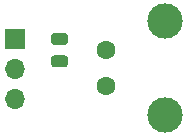
<source format=gbr>
%TF.GenerationSoftware,KiCad,Pcbnew,5.1.5-52549c5~86~ubuntu16.04.1*%
%TF.CreationDate,2020-11-12T16:46:33+05:30*%
%TF.ProjectId,LDR Module V1.0,4c445220-4d6f-4647-956c-652056312e30,V1.0*%
%TF.SameCoordinates,Original*%
%TF.FileFunction,Soldermask,Bot*%
%TF.FilePolarity,Negative*%
%FSLAX46Y46*%
G04 Gerber Fmt 4.6, Leading zero omitted, Abs format (unit mm)*
G04 Created by KiCad (PCBNEW 5.1.5-52549c5~86~ubuntu16.04.1) date 2020-11-12 16:46:33*
%MOMM*%
%LPD*%
G04 APERTURE LIST*
%ADD10C,1.600000*%
%ADD11C,3.000000*%
%ADD12C,0.100000*%
%ADD13O,1.700000X1.700000*%
%ADD14R,1.700000X1.700000*%
G04 APERTURE END LIST*
D10*
%TO.C,R2*%
X144295000Y-87544000D03*
X144295000Y-90544000D03*
%TD*%
D11*
%TO.C,H1*%
X149295000Y-85044000D03*
%TD*%
%TO.C,H2*%
X149295000Y-93044000D03*
%TD*%
D12*
%TO.C,R1*%
G36*
X140815142Y-86127674D02*
G01*
X140838803Y-86131184D01*
X140862007Y-86136996D01*
X140884529Y-86145054D01*
X140906153Y-86155282D01*
X140926670Y-86167579D01*
X140945883Y-86181829D01*
X140963607Y-86197893D01*
X140979671Y-86215617D01*
X140993921Y-86234830D01*
X141006218Y-86255347D01*
X141016446Y-86276971D01*
X141024504Y-86299493D01*
X141030316Y-86322697D01*
X141033826Y-86346358D01*
X141035000Y-86370250D01*
X141035000Y-86857750D01*
X141033826Y-86881642D01*
X141030316Y-86905303D01*
X141024504Y-86928507D01*
X141016446Y-86951029D01*
X141006218Y-86972653D01*
X140993921Y-86993170D01*
X140979671Y-87012383D01*
X140963607Y-87030107D01*
X140945883Y-87046171D01*
X140926670Y-87060421D01*
X140906153Y-87072718D01*
X140884529Y-87082946D01*
X140862007Y-87091004D01*
X140838803Y-87096816D01*
X140815142Y-87100326D01*
X140791250Y-87101500D01*
X139878750Y-87101500D01*
X139854858Y-87100326D01*
X139831197Y-87096816D01*
X139807993Y-87091004D01*
X139785471Y-87082946D01*
X139763847Y-87072718D01*
X139743330Y-87060421D01*
X139724117Y-87046171D01*
X139706393Y-87030107D01*
X139690329Y-87012383D01*
X139676079Y-86993170D01*
X139663782Y-86972653D01*
X139653554Y-86951029D01*
X139645496Y-86928507D01*
X139639684Y-86905303D01*
X139636174Y-86881642D01*
X139635000Y-86857750D01*
X139635000Y-86370250D01*
X139636174Y-86346358D01*
X139639684Y-86322697D01*
X139645496Y-86299493D01*
X139653554Y-86276971D01*
X139663782Y-86255347D01*
X139676079Y-86234830D01*
X139690329Y-86215617D01*
X139706393Y-86197893D01*
X139724117Y-86181829D01*
X139743330Y-86167579D01*
X139763847Y-86155282D01*
X139785471Y-86145054D01*
X139807993Y-86136996D01*
X139831197Y-86131184D01*
X139854858Y-86127674D01*
X139878750Y-86126500D01*
X140791250Y-86126500D01*
X140815142Y-86127674D01*
G37*
G36*
X140815142Y-88002674D02*
G01*
X140838803Y-88006184D01*
X140862007Y-88011996D01*
X140884529Y-88020054D01*
X140906153Y-88030282D01*
X140926670Y-88042579D01*
X140945883Y-88056829D01*
X140963607Y-88072893D01*
X140979671Y-88090617D01*
X140993921Y-88109830D01*
X141006218Y-88130347D01*
X141016446Y-88151971D01*
X141024504Y-88174493D01*
X141030316Y-88197697D01*
X141033826Y-88221358D01*
X141035000Y-88245250D01*
X141035000Y-88732750D01*
X141033826Y-88756642D01*
X141030316Y-88780303D01*
X141024504Y-88803507D01*
X141016446Y-88826029D01*
X141006218Y-88847653D01*
X140993921Y-88868170D01*
X140979671Y-88887383D01*
X140963607Y-88905107D01*
X140945883Y-88921171D01*
X140926670Y-88935421D01*
X140906153Y-88947718D01*
X140884529Y-88957946D01*
X140862007Y-88966004D01*
X140838803Y-88971816D01*
X140815142Y-88975326D01*
X140791250Y-88976500D01*
X139878750Y-88976500D01*
X139854858Y-88975326D01*
X139831197Y-88971816D01*
X139807993Y-88966004D01*
X139785471Y-88957946D01*
X139763847Y-88947718D01*
X139743330Y-88935421D01*
X139724117Y-88921171D01*
X139706393Y-88905107D01*
X139690329Y-88887383D01*
X139676079Y-88868170D01*
X139663782Y-88847653D01*
X139653554Y-88826029D01*
X139645496Y-88803507D01*
X139639684Y-88780303D01*
X139636174Y-88756642D01*
X139635000Y-88732750D01*
X139635000Y-88245250D01*
X139636174Y-88221358D01*
X139639684Y-88197697D01*
X139645496Y-88174493D01*
X139653554Y-88151971D01*
X139663782Y-88130347D01*
X139676079Y-88109830D01*
X139690329Y-88090617D01*
X139706393Y-88072893D01*
X139724117Y-88056829D01*
X139743330Y-88042579D01*
X139763847Y-88030282D01*
X139785471Y-88020054D01*
X139807993Y-88011996D01*
X139831197Y-88006184D01*
X139854858Y-88002674D01*
X139878750Y-88001500D01*
X140791250Y-88001500D01*
X140815142Y-88002674D01*
G37*
%TD*%
D13*
%TO.C,J1*%
X136525000Y-91694000D03*
X136525000Y-89154000D03*
D14*
X136525000Y-86614000D03*
%TD*%
M02*

</source>
